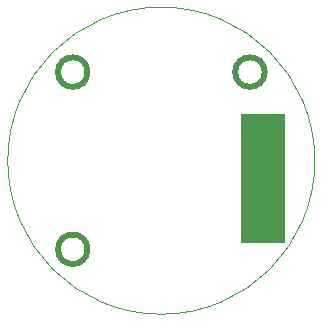
<source format=gko>
G04*
G04 #@! TF.GenerationSoftware,Altium Limited,Altium Designer,19.0.14 (431)*
G04*
G04 Layer_Color=16711935*
%FSLAX25Y25*%
%MOIN*%
G70*
G01*
G75*
%ADD14C,0.00050*%
%ADD119C,0.01968*%
G36*
X41339Y15551D02*
Y-27362D01*
X26575D01*
Y15551D01*
X41339D01*
D02*
G37*
D14*
X51181Y0D02*
G03*
X51181Y0I-51181J0D01*
G01*
D119*
X34449Y29528D02*
G03*
X34449Y29528I-4921J0D01*
G01*
X-24606Y-29528D02*
G03*
X-24606Y-29528I-4921J0D01*
G01*
Y29528D02*
G03*
X-24606Y29528I-4921J0D01*
G01*
M02*

</source>
